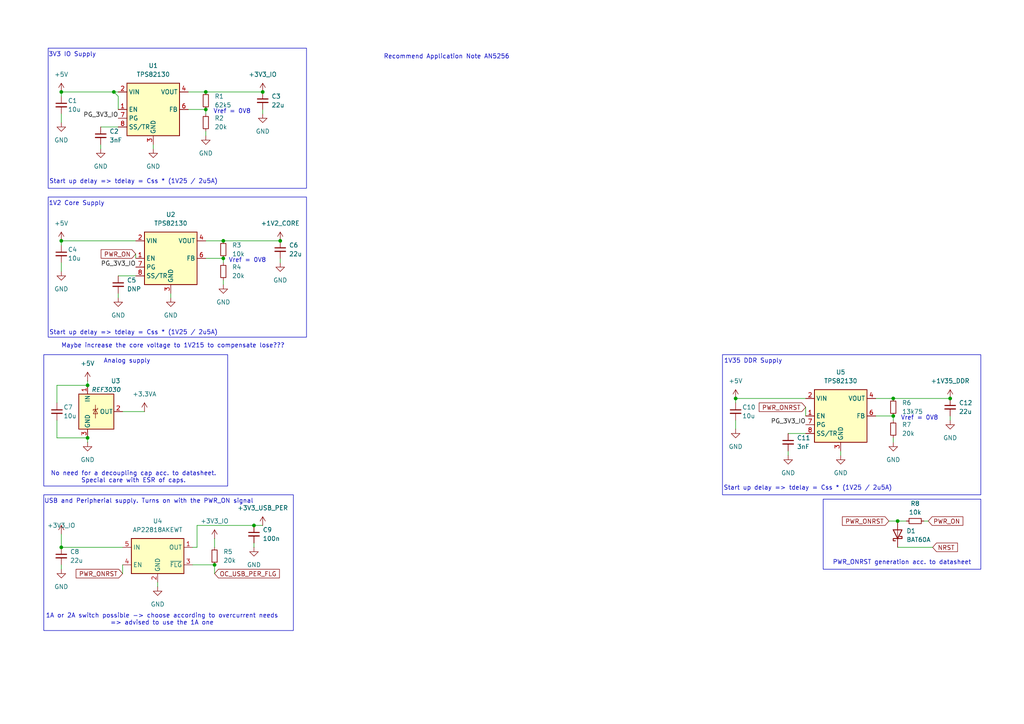
<source format=kicad_sch>
(kicad_sch (version 20231120) (generator "eeschema") (generator_version "8.0")
  (paper "A4")
  (lib_symbols
    (symbol "Device:C_Small" (pin_numbers hide) (pin_names (offset 0.254) hide)
      (property "Reference" "C" (at 0.254 1.778 0))
      (property "Value" "C_Small" (at 0.254 -2.032 0))
      (symbol "C_Small_0_1"
        (polyline (pts (xy -1.524 -0.508) (xy 1.524 -0.508)) (stroke (width 0.3302)))
        (polyline (pts (xy -1.524 0.508) (xy 1.524 0.508)) (stroke (width 0.3048)))
      )
      (symbol "C_Small_1_1"
        (pin passive line (at 0 2.54 270) (length 2.032) (name "~") (number "1"))
        (pin passive line (at 0 -2.54 90) (length 2.032) (name "~") (number "2"))
      )
    )
    (symbol "Device:R_Small" (pin_numbers hide) (pin_names (offset 0.254) hide)
      (property "Reference" "R" (at 0.762 0.508 0))
      (property "Value" "R_Small" (at 0.762 -1.016 0))
      (symbol "R_Small_0_1"
        (rectangle (start -0.762 1.778) (end 0.762 -1.778) (stroke (width 0.2032)))
      )
      (symbol "R_Small_1_1"
        (pin passive line (at 0 2.54 270) (length 0.762) (name "~") (number "1"))
        (pin passive line (at 0 -2.54 90) (length 0.762) (name "~") (number "2"))
      )
    )
    (symbol "Diode:BAT60A" (pin_numbers hide) (pin_names (offset 1.016) hide)
      (property "Reference" "D" (at 0 2.54 0))
      (property "Value" "BAT60A" (at 0 -2.54 0))
      (symbol "BAT60A_0_1"
        (polyline (pts (xy 1.27 0) (xy -1.27 0)))
        (polyline (pts (xy 1.27 1.27) (xy 1.27 -1.27) (xy -1.27 0) (xy 1.27 1.27)) (stroke (width 0.254)))
        (polyline (pts (xy -1.905 0.635) (xy -1.905 1.27) (xy -1.27 1.27) (xy -1.27 -1.27) (xy -0.635 -1.27) (xy -0.635 -0.635)) (stroke (width 0.254)))
      )
      (symbol "BAT60A_1_1"
        (pin passive line (at -3.81 0 0) (length 2.54) (name "K") (number "1"))
        (pin passive line (at 3.81 0 180) (length 2.54) (name "A") (number "2"))
      )
    )
    (symbol "Power_Management:AP22818AKEWT"
      (property "Reference" "U" (at -7.62 -6.35 0))
      (property "Value" "AP22818AKEWT" (at -7.62 6.35 0))
      (symbol "AP22818AKEWT_0_1"
        (rectangle (start -7.62 5.08) (end 7.62 -5.08) (stroke (width 0.254)) (fill (type background)))
      )
      (symbol "AP22818AKEWT_1_1"
        (pin power_out line (at 10.16 2.54 180) (length 2.54) (name "OUT") (number "1"))
        (pin power_in line (at 0 -7.62 90) (length 2.54) (name "GND") (number "2"))
        (pin open_collector line (at 10.16 -2.54 180) (length 2.54) (name "~{FLG}") (number "3"))
        (pin input line (at -10.16 -2.54 0) (length 2.54) (name "EN") (number "4"))
        (pin power_in line (at -10.16 2.54 0) (length 2.54) (name "IN") (number "5"))
      )
    )
    (symbol "Reference_Voltage:REF3030" (pin_names (offset 0.254))
      (property "Reference" "U" (at 0 6.35 0))
      (property "Value" "REF3030" (at 2.54 -6.35 0))
      (symbol "REF3030_0_1"
        (rectangle (start -5.08 5.08) (end 5.08 -5.08) (stroke (width 0.254)) (fill (type background)))
        (polyline (pts (xy -0.254 1.905) (xy -0.254 -1.905)))
        (polyline (pts (xy -0.889 -0.635) (xy 0.381 -0.635) (xy -0.254 0.635) (xy -0.889 -0.635)))
        (polyline (pts (xy 0.381 1.016) (xy 0.381 0.635) (xy -0.889 0.635) (xy -0.889 0.254)))
      )
      (symbol "REF3030_1_1"
        (pin power_in line (at -2.54 7.62 270) (length 2.54) (name "IN") (number "1"))
        (pin power_out line (at 7.62 0 180) (length 2.54) (name "OUT") (number "2"))
        (pin power_in line (at -2.54 -7.62 90) (length 2.54) (name "GND") (number "3"))
      )
    )
    (symbol "Regulator_Switching:TPS82130"
      (property "Reference" "U" (at 1.27 11.43 0))
      (property "Value" "TPS82130" (at 5.08 8.89 0))
      (symbol "TPS82130_0_1"
        (rectangle (start -7.62 7.62) (end 7.62 -7.62) (stroke (width 0.254)) (fill (type background)))
      )
      (symbol "TPS82130_1_1"
        (pin input line (at -10.16 0 0) (length 2.54) (name "EN") (number "1"))
        (pin power_in line (at -10.16 5.08 0) (length 2.54) (name "VIN") (number "2"))
        (pin power_in line (at 0 -10.16 90) (length 2.54) (name "GND") (number "3"))
        (pin power_out line (at 10.16 5.08 180) (length 2.54) (name "VOUT") (number "4"))
        (pin passive line (at 10.16 5.08 180) (length 2.54) hide (name "VOUT") (number "5"))
        (pin input line (at 10.16 0 180) (length 2.54) (name "FB") (number "6"))
        (pin open_collector line (at -10.16 -2.54 0) (length 2.54) (name "PG") (number "7"))
        (pin input line (at -10.16 -5.08 0) (length 2.54) (name "SS/TR") (number "8"))
        (pin passive line (at 0 -10.16 90) (length 2.54) hide (name "GND") (number "9"))
      )
    )
    (symbol "power:+1V2" (power) (pin_numbers hide) (pin_names (offset 0) hide)
      (property "Value" "+1V2" (at 0 3.556 0))
      (symbol "+1V2_0_1"
        (polyline (pts (xy -0.762 1.27) (xy 0 2.54)))
        (polyline (pts (xy 0 0) (xy 0 2.54)))
        (polyline (pts (xy 0 2.54) (xy 0.762 1.27)))
      )
      (symbol "+1V2_1_1"
        (pin power_in line (at 0 0 90) (length 0) (name "~") (number "1"))
      )
    )
    (symbol "power:+3.3VA" (power) (pin_numbers hide) (pin_names (offset 0) hide)
      (property "Value" "+3.3VA" (at 0 3.556 0))
      (symbol "+3.3VA_0_1"
        (polyline (pts (xy -0.762 1.27) (xy 0 2.54)))
        (polyline (pts (xy 0 0) (xy 0 2.54)))
        (polyline (pts (xy 0 2.54) (xy 0.762 1.27)))
      )
      (symbol "+3.3VA_1_1"
        (pin power_in line (at 0 0 90) (length 0) (name "~") (number "1"))
      )
    )
    (symbol "power:+3V3" (power) (pin_numbers hide) (pin_names (offset 0) hide)
      (property "Value" "+3V3" (at 0 3.556 0))
      (symbol "+3V3_0_1"
        (polyline (pts (xy -0.762 1.27) (xy 0 2.54)))
        (polyline (pts (xy 0 0) (xy 0 2.54)))
        (polyline (pts (xy 0 2.54) (xy 0.762 1.27)))
      )
      (symbol "+3V3_1_1"
        (pin power_in line (at 0 0 90) (length 0) (name "~") (number "1"))
      )
    )
    (symbol "power:+5V" (power) (pin_numbers hide) (pin_names (offset 0) hide)
      (property "Value" "+5V" (at 0 3.556 0))
      (symbol "+5V_0_1"
        (polyline (pts (xy -0.762 1.27) (xy 0 2.54)))
        (polyline (pts (xy 0 0) (xy 0 2.54)))
        (polyline (pts (xy 0 2.54) (xy 0.762 1.27)))
      )
      (symbol "+5V_1_1"
        (pin power_in line (at 0 0 90) (length 0) (name "~") (number "1"))
      )
    )
    (symbol "power:GND" (power) (pin_numbers hide) (pin_names (offset 0) hide)
      (property "Value" "GND" (at 0 -3.81 0))
      (symbol "GND_0_1"
        (polyline (pts (xy 0 0) (xy 0 -1.27) (xy 1.27 -1.27) (xy 0 -2.54) (xy -1.27 -1.27) (xy 0 -1.27)))
      )
      (symbol "GND_1_1"
        (pin power_in line (at 0 0 270) (length 0) (name "~") (number "1"))
      )
    )
  )
  (junction (at 259.08 115.57))
  (junction (at 25.4 127))
  (junction (at 59.69 26.67))
  (junction (at 17.78 158.75))
  (junction (at 25.4 111.76))
  (junction (at 33.02 26.67))
  (junction (at 81.28 69.85))
  (junction (at 64.77 69.85))
  (junction (at 17.78 26.67))
  (junction (at 17.78 69.85))
  (junction (at 62.23 163.83))
  (junction (at 76.2 26.67))
  (junction (at 64.77 74.93))
  (junction (at 59.69 31.75))
  (junction (at 275.59 115.57))
  (junction (at 73.66 152.4))
  (junction (at 260.35 151.13))
  (junction (at 213.36 115.57))
  (junction (at 259.08 120.65))
  (wire (pts (xy 16.51 121.92) (xy 16.51 127)))
  (wire (pts (xy 17.78 76.2) (xy 17.78 78.74)))
  (wire (pts (xy 35.56 119.38) (xy 41.91 119.38)))
  (wire (pts (xy 45.72 168.91) (xy 45.72 170.18)))
  (wire (pts (xy 59.69 26.67) (xy 76.2 26.67)))
  (wire (pts (xy 59.69 31.75) (xy 59.69 33.02)))
  (wire (pts (xy 54.61 26.67) (xy 59.69 26.67)))
  (wire (pts (xy 16.51 111.76) (xy 16.51 116.84)))
  (wire (pts (xy 59.69 69.85) (xy 64.77 69.85)))
  (wire (pts (xy 34.29 31.75) (xy 34.29 27.94)))
  (wire (pts (xy 57.15 152.4) (xy 57.15 158.75)))
  (wire (pts (xy 39.37 73.66) (xy 39.37 74.93)))
  (wire (pts (xy 62.23 163.83) (xy 62.23 166.37)))
  (wire (pts (xy 73.66 152.4) (xy 76.2 152.4)))
  (wire (pts (xy 16.51 111.76) (xy 25.4 111.76)))
  (wire (pts (xy 25.4 110.49) (xy 25.4 111.76)))
  (wire (pts (xy 59.69 74.93) (xy 64.77 74.93)))
  (wire (pts (xy 17.78 158.75) (xy 35.56 158.75)))
  (wire (pts (xy 59.69 38.1) (xy 59.69 39.37)))
  (wire (pts (xy 34.29 80.01) (xy 39.37 80.01)))
  (wire (pts (xy 57.15 152.4) (xy 73.66 152.4)))
  (wire (pts (xy 34.29 85.09) (xy 34.29 86.36)))
  (wire (pts (xy 260.35 151.13) (xy 262.89 151.13)))
  (wire (pts (xy 228.6 130.81) (xy 228.6 132.08)))
  (wire (pts (xy 55.88 163.83) (xy 62.23 163.83)))
  (wire (pts (xy 17.78 33.02) (xy 17.78 35.56)))
  (wire (pts (xy 25.4 128.27) (xy 25.4 127)))
  (wire (pts (xy 17.78 26.67) (xy 17.78 27.94)))
  (wire (pts (xy 228.6 125.73) (xy 233.68 125.73)))
  (wire (pts (xy 17.78 26.67) (xy 33.02 26.67)))
  (wire (pts (xy 64.77 74.93) (xy 64.77 76.2)))
  (wire (pts (xy 259.08 127) (xy 259.08 128.27)))
  (wire (pts (xy 213.36 115.57) (xy 213.36 116.84)))
  (wire (pts (xy 254 120.65) (xy 259.08 120.65)))
  (wire (pts (xy 29.21 41.91) (xy 29.21 43.18)))
  (wire (pts (xy 44.45 41.91) (xy 44.45 43.18)))
  (wire (pts (xy 17.78 154.94) (xy 17.78 158.75)))
  (wire (pts (xy 275.59 120.65) (xy 275.59 121.92)))
  (wire (pts (xy 33.02 26.67) (xy 34.29 26.67)))
  (wire (pts (xy 243.84 130.81) (xy 243.84 132.08)))
  (wire (pts (xy 62.23 156.21) (xy 62.23 158.75)))
  (wire (pts (xy 64.77 69.85) (xy 81.28 69.85)))
  (wire (pts (xy 29.21 36.83) (xy 34.29 36.83)))
  (wire (pts (xy 64.77 81.28) (xy 64.77 82.55)))
  (wire (pts (xy 17.78 69.85) (xy 17.78 71.12)))
  (wire (pts (xy 17.78 69.85) (xy 39.37 69.85)))
  (wire (pts (xy 34.29 27.94) (xy 33.02 26.67)))
  (wire (pts (xy 16.51 127) (xy 25.4 127)))
  (wire (pts (xy 57.15 158.75) (xy 55.88 158.75)))
  (wire (pts (xy 257.81 151.13) (xy 260.35 151.13)))
  (wire (pts (xy 254 115.57) (xy 259.08 115.57)))
  (wire (pts (xy 76.2 31.75) (xy 76.2 33.02)))
  (wire (pts (xy 17.78 163.83) (xy 17.78 165.1)))
  (wire (pts (xy 35.56 166.37) (xy 35.56 163.83)))
  (wire (pts (xy 73.66 157.48) (xy 73.66 158.75)))
  (wire (pts (xy 81.28 74.93) (xy 81.28 76.2)))
  (wire (pts (xy 54.61 31.75) (xy 59.69 31.75)))
  (wire (pts (xy 213.36 115.57) (xy 233.68 115.57)))
  (wire (pts (xy 267.97 151.13) (xy 269.24 151.13)))
  (wire (pts (xy 213.36 121.92) (xy 213.36 124.46)))
  (wire (pts (xy 49.53 85.09) (xy 49.53 86.36)))
  (wire (pts (xy 259.08 120.65) (xy 259.08 121.92)))
  (wire (pts (xy 259.08 115.57) (xy 275.59 115.57)))
  (wire (pts (xy 260.35 158.75) (xy 270.51 158.75)))
  (wire (pts (xy 233.68 118.11) (xy 233.68 120.65)))
  (rectangle (start 12.7 143.51) (end 85.09 182.88))
  (rectangle (start 238.76 144.78) (end 284.48 165.1))
  (rectangle (start 13.97 57.15) (end 88.9 97.79))
  (rectangle (start 12.7 102.87) (end 66.04 140.97))
  (rectangle (start 209.55 102.87) (end 284.48 143.51))
  (rectangle (start 13.97 13.97) (end 88.9 54.61))
  (text "Analog supply" (at 36.83 104.775 0) (effects (font (size 1.27 1.27))))
  (text "Maybe increase the core voltage to 1V215 to compensate lose???" (at 50.165 100.33 0) (effects (font (size 1.27 1.27))))
  (text "Vref = 0V8" (at 266.7 121.285 0) (effects (font (size 1.27 1.27))))
  (text "Start up delay => tdelay = Css * (1V25 / 2u5A)" (at 38.735 96.52 0) (effects (font (size 1.27 1.27))))
  (text "PWR_ONRST generation acc. to datasheet\n" (at 261.62 163.195 0) (effects (font (size 1.27 1.27))))
  (text "Recommend Application Note AN5256" (at 129.54 16.51 0) (effects (font (size 1.27 1.27))))
  (text "1V35 DDR Supply" (at 218.44 104.775 0) (effects (font (size 1.27 1.27))))
  (text "No need for a decoupling cap acc. to datasheet.\nSpecial care with ESR of caps." (at 38.735 138.43 0) (effects (font (size 1.27 1.27))))
  (text "1A or 2A switch possible -> choose according to overcurrent needs\n=> advised to use the 1A one" (at 46.99 179.705 0) (effects (font (size 1.27 1.27))))
  (text "Vref = 0V8" (at 71.755 75.565 0) (effects (font (size 1.27 1.27))))
  (text "3V3 IO Supply" (at 20.955 15.875 0) (effects (font (size 1.27 1.27))))
  (text "Vref = 0V8" (at 67.31 32.385 0) (effects (font (size 1.27 1.27))))
  (text "USB and Peripherial supply. Turns on with the PWR_ON signal" (at 43.18 145.415 0) (effects (font (size 1.27 1.27))))
  (text "Start up delay => tdelay = Css * (1V25 / 2u5A)" (at 38.735 52.705 0) (effects (font (size 1.27 1.27))))
  (text "1V2 Core Supply" (at 22.225 59.055 0) (effects (font (size 1.27 1.27))))
  (text "Start up delay => tdelay = Css * (1V25 / 2u5A)" (at 234.315 141.605 0) (effects (font (size 1.27 1.27))))
  (label "PG_3V3_IO" (at 39.37 77.47 180))
  (label "PG_3V3_IO" (at 233.68 123.19 180))
  (label "PG_3V3_IO" (at 34.29 34.29 180))
  (global_label "PWR_ON" (shape input) (at 39.37 73.66 180) (property "Intersheetrefs" "${INTERSHEET_REFS}" (effects (hide yes))))
  (global_label "NRST" (shape input) (at 270.51 158.75 0) (property "Intersheetrefs" "${INTERSHEET_REFS}" (effects (hide yes))))
  (global_label "OC_USB_PER_FLG" (shape input) (at 62.23 166.37 0) (property "Intersheetrefs" "${INTERSHEET_REFS}" (effects (hide yes))))
  (global_label "PWR_ONRST" (shape input) (at 233.68 118.11 180) (property "Intersheetrefs" "${INTERSHEET_REFS}" (effects (hide yes))))
  (global_label "PWR_ON" (shape input) (at 269.24 151.13 0) (property "Intersheetrefs" "${INTERSHEET_REFS}" (effects (hide yes))))
  (global_label "PWR_ONRST" (shape input) (at 35.56 166.37 180) (property "Intersheetrefs" "${INTERSHEET_REFS}" (effects (hide yes))))
  (global_label "PWR_ONRST" (shape input) (at 257.81 151.13 180) (property "Intersheetrefs" "${INTERSHEET_REFS}" (effects (hide yes))))
  (symbol (lib_id "power:GND") (at 59.69 39.37 0) (unit 1)
    (property "Reference" "#PWR04" (effects (hide yes)))
    (property "Value" "GND" (at 59.69 44.45 0))
    (property "Description" "Power symbol creates a global label with name \"GND\" , ground" (effects (hide yes)))
  )
  (symbol (lib_id "power:GND") (at 44.45 43.18 0) (unit 1)
    (property "Reference" "#PWR03" (effects (hide yes)))
    (property "Value" "GND" (at 44.45 48.26 0))
    (property "Description" "Power symbol creates a global label with name \"GND\" , ground" (effects (hide yes)))
  )
  (symbol (lib_id "Regulator_Switching:TPS82130") (at 49.53 74.93 0) (unit 1)
    (property "Reference" "U2" (at 49.53 62.23 0))
    (property "Value" "TPS82130" (at 49.53 64.77 0))
    (property "Footprint" "Package_LGA:Texas_SIL0008D_MicroSiP-8-1EP_2.8x3mm_P0.65mm_EP1.1x1.9mm_ThermalVias" (effects (hide yes)))
    (property "Datasheet" "http://www.ti.com/lit/ds/symlink/tps82130.pdf" (effects (hide yes)))
    (property "Description" "17V Input 3A Step-Down Converter MicroSiP Module with Integrated Inductor, μSiL-8" (effects (hide yes)))
  )
  (symbol (lib_id "Device:R_Small") (at 64.77 72.39 0) (unit 1)
    (property "Reference" "R3" (at 67.31 71.1199 0) (effects (justify left)))
    (property "Value" "10k" (at 67.31 73.6599 0) (effects (justify left)))
    (property "Description" "Resistor, small symbol" (effects (hide yes)))
  )
  (symbol (lib_id "power:+3V3") (at 275.59 115.57 0) (unit 1)
    (property "Reference" "#PWR029" (effects (hide yes)))
    (property "Value" "+1V35_DDR" (at 275.59 110.49 0))
    (property "Description" "Power symbol creates a global label with name \"+3V3\"" (effects (hide yes)))
  )
  (symbol (lib_id "Regulator_Switching:TPS82130") (at 44.45 31.75 0) (unit 1)
    (property "Reference" "U1" (at 44.45 19.05 0))
    (property "Value" "TPS82130" (at 44.45 21.59 0))
    (property "Footprint" "Package_LGA:Texas_SIL0008D_MicroSiP-8-1EP_2.8x3mm_P0.65mm_EP1.1x1.9mm_ThermalVias" (effects (hide yes)))
    (property "Datasheet" "http://www.ti.com/lit/ds/symlink/tps82130.pdf" (effects (hide yes)))
    (property "Description" "17V Input 3A Step-Down Converter MicroSiP Module with Integrated Inductor, μSiL-8" (effects (hide yes)))
  )
  (symbol (lib_id "power:+5V") (at 213.36 115.57 0) (unit 1)
    (property "Reference" "#PWR024" (effects (hide yes)))
    (property "Value" "+5V" (at 213.36 110.49 0))
    (property "Description" "Power symbol creates a global label with name \"+5V\"" (effects (hide yes)))
  )
  (symbol (lib_id "power:GND") (at 259.08 128.27 0) (unit 1)
    (property "Reference" "#PWR028" (effects (hide yes)))
    (property "Value" "GND" (at 259.08 133.35 0))
    (property "Description" "Power symbol creates a global label with name \"GND\" , ground" (effects (hide yes)))
  )
  (symbol (lib_id "Device:R_Small") (at 59.69 35.56 0) (unit 1)
    (property "Reference" "R2" (at 62.23 34.2899 0) (effects (justify left)))
    (property "Value" "20k" (at 62.23 36.8299 0) (effects (justify left)))
    (property "Description" "Resistor, small symbol" (effects (hide yes)))
  )
  (symbol (lib_id "power:GND") (at 64.77 82.55 0) (unit 1)
    (property "Reference" "#PWR012" (effects (hide yes)))
    (property "Value" "GND" (at 64.77 87.63 0))
    (property "Description" "Power symbol creates a global label with name \"GND\" , ground" (effects (hide yes)))
  )
  (symbol (lib_id "power:+3V3") (at 76.2 26.67 0) (unit 1)
    (property "Reference" "#PWR07" (effects (hide yes)))
    (property "Value" "+3V3_IO" (at 76.2 21.59 0))
    (property "Description" "Power symbol creates a global label with name \"+3V3\"" (effects (hide yes)))
  )
  (symbol (lib_id "power:+3V3") (at 76.2 152.4 0) (unit 1)
    (property "Reference" "#PWR021" (effects (hide yes)))
    (property "Value" "+3V3_USB_PER" (at 76.2 147.32 0))
    (property "Description" "Power symbol creates a global label with name \"+3V3\"" (effects (hide yes)))
  )
  (symbol (lib_id "Device:R_Small") (at 265.43 151.13 90) (unit 1)
    (property "Reference" "R8" (at 265.43 146.05 90))
    (property "Value" "10k" (at 265.43 148.59 90))
    (property "Description" "Resistor, small symbol" (effects (hide yes)))
  )
  (symbol (lib_id "power:GND") (at 17.78 165.1 0) (unit 1)
    (property "Reference" "#PWR019" (effects (hide yes)))
    (property "Value" "GND" (at 17.78 170.18 0))
    (property "Description" "Power symbol creates a global label with name \"GND\" , ground" (effects (hide yes)))
  )
  (symbol (lib_id "Regulator_Switching:TPS82130") (at 243.84 120.65 0) (unit 1)
    (property "Reference" "U5" (at 243.84 107.95 0))
    (property "Value" "TPS82130" (at 243.84 110.49 0))
    (property "Footprint" "Package_LGA:Texas_SIL0008D_MicroSiP-8-1EP_2.8x3mm_P0.65mm_EP1.1x1.9mm_ThermalVias" (effects (hide yes)))
    (property "Datasheet" "http://www.ti.com/lit/ds/symlink/tps82130.pdf" (effects (hide yes)))
    (property "Description" "17V Input 3A Step-Down Converter MicroSiP Module with Integrated Inductor, μSiL-8" (effects (hide yes)))
  )
  (symbol (lib_id "Device:C_Small") (at 17.78 30.48 0) (unit 1)
    (property "Reference" "C1" (at 19.685 29.21 0) (effects (justify left)))
    (property "Value" "10u" (at 19.685 31.75 0) (effects (justify left)))
    (property "Footprint" "Capacitor_SMD:C_0603_1608Metric" (effects (hide yes)))
    (property "Description" "Unpolarized capacitor, small symbol" (effects (hide yes)))
  )
  (symbol (lib_id "Device:C_Small") (at 17.78 73.66 0) (unit 1)
    (property "Reference" "C4" (at 19.685 72.39 0) (effects (justify left)))
    (property "Value" "10u" (at 19.685 74.93 0) (effects (justify left)))
    (property "Footprint" "Capacitor_SMD:C_0603_1608Metric" (effects (hide yes)))
    (property "Description" "Unpolarized capacitor, small symbol" (effects (hide yes)))
  )
  (symbol (lib_id "Diode:BAT60A") (at 260.35 154.94 90) (unit 1)
    (property "Reference" "D1" (at 262.89 153.9874 90) (effects (justify right)))
    (property "Value" "BAT60A" (at 262.89 156.5274 90) (effects (justify right)))
    (property "Footprint" "Diode_SMD:D_SOD-323" (effects (hide yes)))
    (property "Datasheet" "https://www.infineon.com/dgdl/Infineon-BAT60ASERIES-DS-v01_01-en.pdf?fileId=db3a304313d846880113def70c9304a9" (effects (hide yes)))
    (property "Description" "10V 3A High Current Recitifier Schottky Diode, SOD-323" (effects (hide yes)))
  )
  (symbol (lib_id "power:GND") (at 81.28 76.2 0) (unit 1)
    (property "Reference" "#PWR014" (effects (hide yes)))
    (property "Value" "GND" (at 81.28 81.28 0))
    (property "Description" "Power symbol creates a global label with name \"GND\" , ground" (effects (hide yes)))
  )
  (symbol (lib_id "power:GND") (at 17.78 78.74 0) (unit 1)
    (property "Reference" "#PWR09" (effects (hide yes)))
    (property "Value" "GND" (at 17.78 83.82 0))
    (property "Description" "Power symbol creates a global label with name \"GND\" , ground" (effects (hide yes)))
  )
  (symbol (lib_id "power:GND") (at 49.53 86.36 0) (unit 1)
    (property "Reference" "#PWR011" (effects (hide yes)))
    (property "Value" "GND" (at 49.53 91.44 0))
    (property "Description" "Power symbol creates a global label with name \"GND\" , ground" (effects (hide yes)))
  )
  (symbol (lib_id "Device:C_Small") (at 16.51 119.38 0) (unit 1)
    (property "Reference" "C7" (at 18.415 118.11 0) (effects (justify left)))
    (property "Value" "10u" (at 18.415 120.65 0) (effects (justify left)))
    (property "Footprint" "Capacitor_SMD:C_0603_1608Metric" (effects (hide yes)))
    (property "Description" "Unpolarized capacitor, small symbol" (effects (hide yes)))
  )
  (symbol (lib_id "Power_Management:AP22818AKEWT") (at 45.72 161.29 0) (unit 1)
    (property "Reference" "U4" (at 45.72 151.13 0))
    (property "Value" "AP22818AKEWT" (at 45.72 153.67 0))
    (property "Footprint" "Package_TO_SOT_SMD:SOT-23-5" (effects (hide yes)))
    (property "Datasheet" "https://www.diodes.com/assets/Datasheets/AP22816_17_18.pdf" (effects (hide yes)))
    (property "Description" "Current limited 2.0A power switch, single channel, SOT-23-5" (effects (hide yes)))
  )
  (symbol (lib_id "power:+3.3VA") (at 41.91 119.38 0) (unit 1)
    (property "Reference" "#PWR017" (effects (hide yes)))
    (property "Value" "+3.3VA" (at 41.91 114.3 0))
    (property "Description" "Power symbol creates a global label with name \"+3.3VA\"" (effects (hide yes)))
  )
  (symbol (lib_id "Device:R_Small") (at 259.08 118.11 0) (unit 1)
    (property "Reference" "R6" (at 261.62 116.8399 0) (effects (justify left)))
    (property "Value" "13k75" (at 261.62 119.3799 0) (effects (justify left)))
    (property "Description" "Resistor, small symbol" (effects (hide yes)))
  )
  (symbol (lib_id "power:GND") (at 243.84 132.08 0) (unit 1)
    (property "Reference" "#PWR027" (effects (hide yes)))
    (property "Value" "GND" (at 243.84 137.16 0))
    (property "Description" "Power symbol creates a global label with name \"GND\" , ground" (effects (hide yes)))
  )
  (symbol (lib_id "Device:C_Small") (at 73.66 154.94 0) (unit 1)
    (property "Reference" "C9" (at 76.2 153.6762 0) (effects (justify left)))
    (property "Value" "100n" (at 76.2 156.2162 0) (effects (justify left)))
    (property "Footprint" "Capacitor_SMD:C_0402_1005Metric" (effects (hide yes)))
    (property "Description" "Unpolarized capacitor, small symbol" (effects (hide yes)))
  )
  (symbol (lib_id "Device:C_Small") (at 228.6 128.27 0) (unit 1)
    (property "Reference" "C11" (at 231.14 127.0062 0) (effects (justify left)))
    (property "Value" "3nF" (at 231.14 129.5462 0) (effects (justify left)))
    (property "Footprint" "Capacitor_SMD:C_0402_1005Metric" (effects (hide yes)))
    (property "Description" "Unpolarized capacitor, small symbol" (effects (hide yes)))
  )
  (symbol (lib_id "power:+5V") (at 25.4 110.49 0) (unit 1)
    (property "Reference" "#PWR015" (effects (hide yes)))
    (property "Value" "+5V" (at 25.4 105.41 0))
    (property "Description" "Power symbol creates a global label with name \"+5V\"" (effects (hide yes)))
  )
  (symbol (lib_id "power:+5V") (at 17.78 26.67 0) (unit 1)
    (property "Reference" "#PWR01" (effects (hide yes)))
    (property "Value" "+5V" (at 17.78 21.59 0))
    (property "Description" "Power symbol creates a global label with name \"+5V\"" (effects (hide yes)))
  )
  (symbol (lib_id "Device:C_Small") (at 76.2 29.21 0) (unit 1)
    (property "Reference" "C3" (at 78.74 27.9462 0) (effects (justify left)))
    (property "Value" "22u" (at 78.74 30.4862 0) (effects (justify left)))
    (property "Footprint" "Capacitor_SMD:C_0402_1005Metric" (effects (hide yes)))
    (property "Description" "Unpolarized capacitor, small symbol" (effects (hide yes)))
  )
  (symbol (lib_id "Device:C_Small") (at 17.78 161.29 0) (unit 1)
    (property "Reference" "C8" (at 20.32 160.0262 0) (effects (justify left)))
    (property "Value" "22u" (at 20.32 162.5662 0) (effects (justify left)))
    (property "Footprint" "Capacitor_SMD:C_0402_1005Metric" (effects (hide yes)))
    (property "Description" "Unpolarized capacitor, small symbol" (effects (hide yes)))
  )
  (symbol (lib_id "power:+1V2") (at 81.28 69.85 0) (unit 1)
    (property "Reference" "#PWR013" (effects (hide yes)))
    (property "Value" "+1V2_CORE" (at 81.28 64.77 0))
    (property "Description" "Power symbol creates a global label with name \"+1V2\"" (effects (hide yes)))
  )
  (symbol (lib_id "power:GND") (at 25.4 128.27 0) (unit 1)
    (property "Reference" "#PWR016" (effects (hide yes)))
    (property "Value" "GND" (at 25.4 133.35 0))
    (property "Description" "Power symbol creates a global label with name \"GND\" , ground" (effects (hide yes)))
  )
  (symbol (lib_id "power:+3V3") (at 62.23 156.21 0) (unit 1)
    (property "Reference" "#PWR023" (effects (hide yes)))
    (property "Value" "+3V3_IO" (at 62.23 151.13 0))
    (property "Description" "Power symbol creates a global label with name \"+3V3\"" (effects (hide yes)))
  )
  (symbol (lib_id "Device:C_Small") (at 34.29 82.55 0) (unit 1)
    (property "Reference" "C5" (at 36.83 81.2862 0) (effects (justify left)))
    (property "Value" "DNP" (at 36.83 83.8262 0) (effects (justify left)))
    (property "Footprint" "Capacitor_SMD:C_0402_1005Metric" (effects (hide yes)))
    (property "Description" "Unpolarized capacitor, small symbol" (effects (hide yes)))
  )
  (symbol (lib_id "power:GND") (at 29.21 43.18 0) (unit 1)
    (property "Reference" "#PWR05" (effects (hide yes)))
    (property "Value" "GND" (at 29.21 48.26 0))
    (property "Description" "Power symbol creates a global label with name \"GND\" , ground" (effects (hide yes)))
  )
  (symbol (lib_id "Reference_Voltage:REF3030") (at 27.94 119.38 0) (unit 1)
    (property "Reference" "U3" (at 34.925 110.49 0) (effects (justify right)))
    (property "Value" "REF3030" (at 34.925 113.03 0) (effects (font (italic yes)) (justify right)))
    (property "Footprint" "Package_TO_SOT_SMD:SOT-23" (effects (hide yes)))
    (property "Datasheet" "http://www.ti.com/lit/ds/symlink/ref3033.pdf" (effects (hide yes)))
    (property "Description" "3.0V 50-ppm/°C Max, 50-μA, CMOS Voltage Reference, SOT-23-3" (effects (hide yes)))
  )
  (symbol (lib_id "power:GND") (at 228.6 132.08 0) (unit 1)
    (property "Reference" "#PWR026" (effects (hide yes)))
    (property "Value" "GND" (at 228.6 137.16 0))
    (property "Description" "Power symbol creates a global label with name \"GND\" , ground" (effects (hide yes)))
  )
  (symbol (lib_id "power:GND") (at 213.36 124.46 0) (unit 1)
    (property "Reference" "#PWR025" (effects (hide yes)))
    (property "Value" "GND" (at 213.36 129.54 0))
    (property "Description" "Power symbol creates a global label with name \"GND\" , ground" (effects (hide yes)))
  )
  (symbol (lib_id "power:GND") (at 73.66 158.75 0) (unit 1)
    (property "Reference" "#PWR022" (effects (hide yes)))
    (property "Value" "GND" (at 73.66 163.83 0))
    (property "Description" "Power symbol creates a global label with name \"GND\" , ground" (effects (hide yes)))
  )
  (symbol (lib_id "Device:C_Small") (at 213.36 119.38 0) (unit 1)
    (property "Reference" "C10" (at 215.265 118.11 0) (effects (justify left)))
    (property "Value" "10u" (at 215.265 120.65 0) (effects (justify left)))
    (property "Footprint" "Capacitor_SMD:C_0603_1608Metric" (effects (hide yes)))
    (property "Description" "Unpolarized capacitor, small symbol" (effects (hide yes)))
  )
  (symbol (lib_id "power:GND") (at 34.29 86.36 0) (unit 1)
    (property "Reference" "#PWR010" (effects (hide yes)))
    (property "Value" "GND" (at 34.29 91.44 0))
    (property "Description" "Power symbol creates a global label with name \"GND\" , ground" (effects (hide yes)))
  )
  (symbol (lib_id "Device:C_Small") (at 81.28 72.39 0) (unit 1)
    (property "Reference" "C6" (at 83.82 71.1262 0) (effects (justify left)))
    (property "Value" "22u" (at 83.82 73.6662 0) (effects (justify left)))
    (property "Footprint" "Capacitor_SMD:C_0402_1005Metric" (effects (hide yes)))
    (property "Description" "Unpolarized capacitor, small symbol" (effects (hide yes)))
  )
  (symbol (lib_id "power:GND") (at 45.72 170.18 0) (unit 1)
    (property "Reference" "#PWR020" (effects (hide yes)))
    (property "Value" "GND" (at 45.72 175.26 0))
    (property "Description" "Power symbol creates a global label with name \"GND\" , ground" (effects (hide yes)))
  )
  (symbol (lib_id "power:+5V") (at 17.78 69.85 0) (unit 1)
    (property "Reference" "#PWR08" (effects (hide yes)))
    (property "Value" "+5V" (at 17.78 64.77 0))
    (property "Description" "Power symbol creates a global label with name \"+5V\"" (effects (hide yes)))
  )
  (symbol (lib_id "Device:R_Small") (at 259.08 124.46 0) (unit 1)
    (property "Reference" "R7" (at 261.62 123.1899 0) (effects (justify left)))
    (property "Value" "20k" (at 261.62 125.7299 0) (effects (justify left)))
    (property "Description" "Resistor, small symbol" (effects (hide yes)))
  )
  (symbol (lib_id "power:+3V3") (at 17.78 154.94 0) (unit 1)
    (property "Reference" "#PWR018" (effects (hide yes)))
    (property "Value" "+3V3_IO" (at 17.78 152.4 0))
    (property "Description" "Power symbol creates a global label with name \"+3V3\"" (effects (hide yes)))
  )
  (symbol (lib_id "Device:C_Small") (at 275.59 118.11 0) (unit 1)
    (property "Reference" "C12" (at 278.13 116.8462 0) (effects (justify left)))
    (property "Value" "22u" (at 278.13 119.3862 0) (effects (justify left)))
    (property "Footprint" "Capacitor_SMD:C_0402_1005Metric" (effects (hide yes)))
    (property "Description" "Unpolarized capacitor, small symbol" (effects (hide yes)))
  )
  (symbol (lib_id "Device:R_Small") (at 62.23 161.29 0) (unit 1)
    (property "Reference" "R5" (at 64.77 160.0199 0) (effects (justify left)))
    (property "Value" "20k" (at 64.77 162.5599 0) (effects (justify left)))
    (property "Description" "Resistor, small symbol" (effects (hide yes)))
  )
  (symbol (lib_id "power:GND") (at 275.59 121.92 0) (unit 1)
    (property "Reference" "#PWR030" (effects (hide yes)))
    (property "Value" "GND" (at 275.59 127 0))
    (property "Description" "Power symbol creates a global label with name \"GND\" , ground" (effects (hide yes)))
  )
  (symbol (lib_id "power:GND") (at 17.78 35.56 0) (unit 1)
    (property "Reference" "#PWR02" (effects (hide yes)))
    (property "Value" "GND" (at 17.78 40.64 0))
    (property "Description" "Power symbol creates a global label with name \"GND\" , ground" (effects (hide yes)))
  )
  (symbol (lib_id "power:GND") (at 76.2 33.02 0) (unit 1)
    (property "Reference" "#PWR06" (effects (hide yes)))
    (property "Value" "GND" (at 76.2 38.1 0))
    (property "Description" "Power symbol creates a global label with name \"GND\" , ground" (effects (hide yes)))
  )
  (symbol (lib_id "Device:R_Small") (at 59.69 29.21 0) (unit 1)
    (property "Reference" "R1" (at 62.23 27.9399 0) (effects (justify left)))
    (property "Value" "62k5" (at 62.23 30.4799 0) (effects (justify left)))
    (property "Description" "Resistor, small symbol" (effects (hide yes)))
  )
  (symbol (lib_id "Device:R_Small") (at 64.77 78.74 0) (unit 1)
    (property "Reference" "R4" (at 67.31 77.4699 0) (effects (justify left)))
    (property "Value" "20k" (at 67.31 80.0099 0) (effects (justify left)))
    (property "Description" "Resistor, small symbol" (effects (hide yes)))
  )
  (symbol (lib_id "Device:C_Small") (at 29.21 39.37 0) (unit 1)
    (property "Reference" "C2" (at 31.75 38.1062 0) (effects (justify left)))
    (property "Value" "3nF" (at 31.75 40.6462 0) (effects (justify left)))
    (property "Footprint" "Capacitor_SMD:C_0402_1005Metric" (effects (hide yes)))
    (property "Description" "Unpolarized capacitor, small symbol" (effects (hide yes)))
  )
)
</source>
